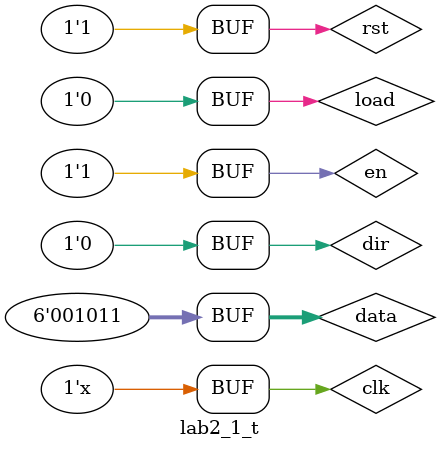
<source format=v>
`timescale 1ns/100ps

module lab2_1_t;
  reg clk, rst, en, dir, load;
  reg [5:0] data;
  wire [3:0] out;

  lab2_1 counter (.clk(clk), .rst(rst), .en(en), .dir(dir), .load(load), .data(data), .out(out));

  initial clk = 0;
  always #5 clk = ~clk;

  //YOUR CODE BELOW HERE
  //xxxxx5 = rising edge
  //xxxxx0 = falling edge
  initial begin
    #1 rst = 1; //避開rising/falling edge用

    //先測試直接從reset開始的下數(到底(0)了，一直卡在0)、之後才上數，上數過程中，分為還沒到頂(12)就下數，以及到頂(12)一直卡12再下數。
    #5 rst = 0; en = 1; load = 0; dir = 0;//從reset開始的下數(到底(0)了，一直卡在0)
    #20 dir = 1;//上數
    #50 dir = 0;//上數過程中，還沒到頂(12)就下數
    #80 dir = 1;//下數到底，回到上數，準備上數到頂
    #120;

    //同上面的code，但在各處安插en=0的插曲
    #1 rst = 1;
    #10 rst = 0; en = 1; load = 0; dir = 1;//直接上數
    #30 en = 0;//上數過程被卡
    #10 en = 1;//上數繼續
    #120 en = 0;//上數到頂(12)後，再次被卡
    #10 en = 1;//上數已到頂(12)，但繼續上數
    #20 dir = 0;//在頂處，開始下數。
    #30 en = 0;//下數過程被卡
    #10 en = 1;//下數繼續
    #120 en = 0;//下數到底(0)後，再次被卡
    #120;

    //開始測驗load
    //先測驗data為錯誤格式的部分
    #1 rst = 1;
    #10 rst = 0; en = 1; load = 1; data = 4'b1101; dir = 1;//直接上數
    #30 rst = 1;
    #10 rst = 0; en = 1; load = 1; data = 5'b11011; dir = 1;//直接上數
    #30 rst = 1;

    #1 rst = 1;
    #10 rst = 0; en = 1; load = 1; data = 4'b1101; dir = 0;//直接下數
    #30 rst = 1;
    #10 rst = 0; en = 1; load = 1; data = 5'b11011; dir = 0;//直接下數
    #30 rst = 1;

    #2;//為了避開rising/falling edge而設
    //再來開始測驗正確格式的data
    #1 rst = 1;
    #10 rst = 0; en = 1; load = 1; data = 4'b1001; dir = 1;//直接上數
    #10 load = 0;
    #80 rst = 1;
    #10 rst = 0; en = 1; load = 1; data = 4'b1011; dir = 1;//直接上數
    #10 load = 0;
    #50 rst = 1;

    #1 rst = 1;
    #10 rst = 0; en = 1; load = 1; data = 4'b1001; dir = 0;//直接下數
    #10 load = 0;
    #100 rst = 1;
    #10 rst = 0; en = 1; load = 1; data = 4'b1011; dir = 0;//直接下數
    #10 load = 0;
    #120 rst = 1;
    
  end


endmodule
</source>
